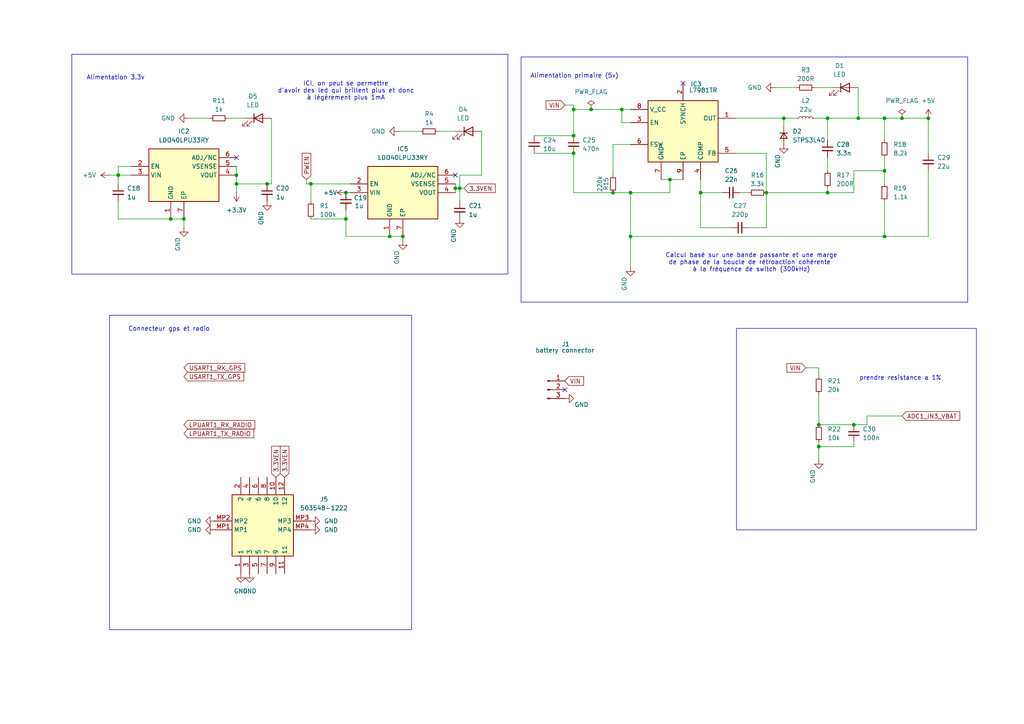
<source format=kicad_sch>
(kicad_sch (version 20231120) (generator "eeschema") (generator_version "8.0")
  (paper "A4")
  (lib_symbols
    (symbol "5035481222:503548-1222"
      (property "Reference" "J" (at 24.13 12.7 0))
      (property "Value" "503548-1222" (at 24.13 10.16 0))
      (symbol "503548-1222_1_1"
        (rectangle (start 5.08 7.62) (end 22.86 -10.16) (stroke (width 0.254)) (fill (type background)))
        (pin passive line (at 7.62 -15.24 90) (length 5.08) (name "1") (number "1"))
        (pin passive line (at 17.78 12.7 270) (length 5.08) (name "10") (number "10"))
        (pin passive line (at 20.32 -15.24 90) (length 5.08) (name "11") (number "11"))
        (pin passive line (at 20.32 12.7 270) (length 5.08) (name "12") (number "12"))
        (pin passive line (at 7.62 12.7 270) (length 5.08) (name "2") (number "2"))
        (pin passive line (at 10.16 -15.24 90) (length 5.08) (name "3") (number "3"))
        (pin passive line (at 10.16 12.7 270) (length 5.08) (name "4") (number "4"))
        (pin passive line (at 12.7 -15.24 90) (length 5.08) (name "5") (number "5"))
        (pin passive line (at 12.7 12.7 270) (length 5.08) (name "6") (number "6"))
        (pin passive line (at 15.24 -15.24 90) (length 5.08) (name "7") (number "7"))
        (pin passive line (at 15.24 12.7 270) (length 5.08) (name "8") (number "8"))
        (pin passive line (at 17.78 -15.24 90) (length 5.08) (name "9") (number "9"))
        (pin passive line (at 0 -2.54 0) (length 5.08) (name "MP1") (number "MP1"))
        (pin passive line (at 0 0 0) (length 5.08) (name "MP2") (number "MP2"))
        (pin passive line (at 27.94 0 180) (length 5.08) (name "MP3") (number "MP3"))
        (pin passive line (at 27.94 -2.54 180) (length 5.08) (name "MP4") (number "MP4"))
      )
    )
    (symbol "Connector:Conn_01x03_Pin" (pin_names (offset 1.016) hide)
      (property "Reference" "J" (at 0 5.08 0))
      (property "Value" "Conn_01x03_Pin" (at 0 -5.08 0))
      (symbol "Conn_01x03_Pin_1_1"
        (polyline (pts (xy 1.27 -2.54) (xy 0.8636 -2.54)) (stroke (width 0.1524)))
        (polyline (pts (xy 1.27 0) (xy 0.8636 0)) (stroke (width 0.1524)))
        (polyline (pts (xy 1.27 2.54) (xy 0.8636 2.54)) (stroke (width 0.1524)))
        (rectangle (start 0.8636 -2.413) (end 0 -2.667) (stroke (width 0.1524)) (fill (type outline)))
        (rectangle (start 0.8636 0.127) (end 0 -0.127) (stroke (width 0.1524)) (fill (type outline)))
        (rectangle (start 0.8636 2.667) (end 0 2.413) (stroke (width 0.1524)) (fill (type outline)))
        (pin passive line (at 5.08 2.54 180) (length 3.81) (name "Pin_1") (number "1"))
        (pin passive line (at 5.08 0 180) (length 3.81) (name "Pin_2") (number "2"))
        (pin passive line (at 5.08 -2.54 180) (length 3.81) (name "Pin_3") (number "3"))
      )
    )
    (symbol "Device:C_Small" (pin_numbers hide) (pin_names (offset 0.254) hide)
      (property "Reference" "C" (at 0.254 1.778 0))
      (property "Value" "C_Small" (at 0.254 -2.032 0))
      (symbol "C_Small_0_1"
        (polyline (pts (xy -1.524 -0.508) (xy 1.524 -0.508)) (stroke (width 0.3302)))
        (polyline (pts (xy -1.524 0.508) (xy 1.524 0.508)) (stroke (width 0.3048)))
      )
      (symbol "C_Small_1_1"
        (pin passive line (at 0 2.54 270) (length 2.032) (name "~") (number "1"))
        (pin passive line (at 0 -2.54 90) (length 2.032) (name "~") (number "2"))
      )
    )
    (symbol "Device:D_Small" (pin_numbers hide) (pin_names (offset 0.254) hide)
      (property "Reference" "D" (at -1.27 2.032 0))
      (property "Value" "D_Small" (at -3.81 -2.032 0))
      (symbol "D_Small_0_1"
        (polyline (pts (xy -0.762 -1.016) (xy -0.762 1.016)) (stroke (width 0.254)))
        (polyline (pts (xy -0.762 0) (xy 0.762 0)))
        (polyline (pts (xy 0.762 -1.016) (xy -0.762 0) (xy 0.762 1.016) (xy 0.762 -1.016)) (stroke (width 0.254)))
      )
      (symbol "D_Small_1_1"
        (pin passive line (at -2.54 0 0) (length 1.778) (name "K") (number "1"))
        (pin passive line (at 2.54 0 180) (length 1.778) (name "A") (number "2"))
      )
    )
    (symbol "Device:LED" (pin_numbers hide) (pin_names (offset 1.016) hide)
      (property "Reference" "D" (at 0 2.54 0))
      (property "Value" "LED" (at 0 -2.54 0))
      (symbol "LED_0_1"
        (polyline (pts (xy -1.27 -1.27) (xy -1.27 1.27)) (stroke (width 0.254)))
        (polyline (pts (xy -1.27 0) (xy 1.27 0)))
        (polyline (pts (xy 1.27 -1.27) (xy 1.27 1.27) (xy -1.27 0) (xy 1.27 -1.27)) (stroke (width 0.254)))
        (polyline (pts (xy -3.048 -0.762) (xy -4.572 -2.286) (xy -3.81 -2.286) (xy -4.572 -2.286) (xy -4.572 -1.524)))
        (polyline (pts (xy -1.778 -0.762) (xy -3.302 -2.286) (xy -2.54 -2.286) (xy -3.302 -2.286) (xy -3.302 -1.524)))
      )
      (symbol "LED_1_1"
        (pin passive line (at -3.81 0 0) (length 2.54) (name "K") (number "1"))
        (pin passive line (at 3.81 0 180) (length 2.54) (name "A") (number "2"))
      )
    )
    (symbol "Device:L_Small" (pin_numbers hide) (pin_names (offset 0.254) hide)
      (property "Reference" "L" (at 0.762 1.016 0))
      (property "Value" "L_Small" (at 0.762 -1.016 0))
      (symbol "L_Small_0_1"
        (arc (start 0 -2.032) (mid 0.5058 -1.524) (end 0 -1.016))
        (arc (start 0 -1.016) (mid 0.5058 -0.508) (end 0 0))
        (arc (start 0 0) (mid 0.5058 0.508) (end 0 1.016))
        (arc (start 0 1.016) (mid 0.5058 1.524) (end 0 2.032))
      )
      (symbol "L_Small_1_1"
        (pin passive line (at 0 2.54 270) (length 0.508) (name "~") (number "1"))
        (pin passive line (at 0 -2.54 90) (length 0.508) (name "~") (number "2"))
      )
    )
    (symbol "Device:R_Small" (pin_numbers hide) (pin_names (offset 0.254) hide)
      (property "Reference" "R" (at 0.762 0.508 0))
      (property "Value" "R_Small" (at 0.762 -1.016 0))
      (symbol "R_Small_0_1"
        (rectangle (start -0.762 1.778) (end 0.762 -1.778) (stroke (width 0.2032)))
      )
      (symbol "R_Small_1_1"
        (pin passive line (at 0 2.54 270) (length 0.762) (name "~") (number "1"))
        (pin passive line (at 0 -2.54 90) (length 0.762) (name "~") (number "2"))
      )
    )
    (symbol "L7981TR_1"
      (property "Reference" "IC" (at 26.67 7.62 0))
      (property "Value" "L7981TR" (at 26.67 5.08 0))
      (symbol "L7981TR_1_1_1"
        (rectangle (start 5.08 2.54) (end 25.4 -15.24) (stroke (width 0.254)) (fill (type background)))
        (pin passive line (at 30.48 -2.54 180) (length 5.08) (name "OUT") (number "1"))
        (pin passive line (at 15.24 7.62 270) (length 5.08) (name "SYNCH") (number "2"))
        (pin passive line (at 0 -3.81 0) (length 5.08) (name "EN") (number "3"))
        (pin passive line (at 20.32 -20.32 90) (length 5.08) (name "COMP") (number "4"))
        (pin passive line (at 30.48 -12.7 180) (length 5.08) (name "FB") (number "5"))
        (pin passive line (at 0 -10.16 0) (length 5.08) (name "FSW") (number "6"))
        (pin passive line (at 8.89 -20.32 90) (length 5.08) (name "GND") (number "7"))
        (pin passive line (at 0 0 0) (length 5.08) (name "V_CC") (number "8"))
        (pin passive line (at 15.24 -20.32 90) (length 5.08) (name "EP") (number "9"))
      )
    )
    (symbol "LD040PURY:LDO40LPU33RY"
      (property "Reference" "IC5" (at 15.24 7.62 0))
      (property "Value" "LDO40LPU33RY" (at 15.24 5.08 0))
      (symbol "LDO40LPU33RY_1_1"
        (rectangle (start 5.08 2.54) (end 25.4 -12.7) (stroke (width 0.254)) (fill (type background)))
        (pin passive line (at 11.43 -17.78 90) (length 5.08) (name "GND") (number "1"))
        (pin passive line (at 0 -2.54 0) (length 5.08) (name "EN") (number "2"))
        (pin passive line (at 0 -5.08 0) (length 5.08) (name "VIN") (number "3"))
        (pin passive line (at 30.48 -5.08 180) (length 5.08) (name "VOUT") (number "4"))
        (pin passive line (at 30.48 -2.54 180) (length 5.08) (name "VSENSE") (number "5"))
        (pin passive line (at 30.48 0 180) (length 5.08) (name "ADJ/NC") (number "6"))
        (pin passive line (at 15.24 -17.78 90) (length 5.08) (name "EP") (number "7"))
      )
    )
    (symbol "LDO40LPU33RY_1"
      (property "Reference" "IC2" (at 15.24 7.62 0))
      (property "Value" "LDO40LPU33RY" (at 15.24 5.08 0))
      (symbol "LDO40LPU33RY_1_1_1"
        (rectangle (start 5.08 2.54) (end 25.4 -12.7) (stroke (width 0.254)) (fill (type background)))
        (pin passive line (at 11.43 -17.78 90) (length 5.08) (name "GND") (number "1"))
        (pin passive line (at 0 -2.54 0) (length 5.08) (name "EN") (number "2"))
        (pin passive line (at 0 -5.08 0) (length 5.08) (name "VIN") (number "3"))
        (pin passive line (at 30.48 -5.08 180) (length 5.08) (name "VOUT") (number "4"))
        (pin passive line (at 30.48 -2.54 180) (length 5.08) (name "VSENSE") (number "5"))
        (pin passive line (at 30.48 0 180) (length 5.08) (name "ADJ/NC") (number "6"))
        (pin passive line (at 15.24 -17.78 90) (length 5.08) (name "EP") (number "7"))
      )
    )
    (symbol "power:+3.3V" (power) (pin_numbers hide) (pin_names (offset 0) hide)
      (property "Value" "+3.3V" (at 0 3.556 0))
      (symbol "+3.3V_0_1"
        (polyline (pts (xy -0.762 1.27) (xy 0 2.54)))
        (polyline (pts (xy 0 0) (xy 0 2.54)))
        (polyline (pts (xy 0 2.54) (xy 0.762 1.27)))
      )
      (symbol "+3.3V_1_1"
        (pin power_in line (at 0 0 90) (length 0) (name "~") (number "1"))
      )
    )
    (symbol "power:+5V" (power) (pin_numbers hide) (pin_names (offset 0) hide)
      (property "Value" "+5V" (at 0 3.556 0))
      (symbol "+5V_0_1"
        (polyline (pts (xy -0.762 1.27) (xy 0 2.54)))
        (polyline (pts (xy 0 0) (xy 0 2.54)))
        (polyline (pts (xy 0 2.54) (xy 0.762 1.27)))
      )
      (symbol "+5V_1_1"
        (pin power_in line (at 0 0 90) (length 0) (name "~") (number "1"))
      )
    )
    (symbol "power:GND" (power) (pin_numbers hide) (pin_names (offset 0) hide)
      (property "Value" "GND" (at 0 -3.81 0))
      (symbol "GND_0_1"
        (polyline (pts (xy 0 0) (xy 0 -1.27) (xy 1.27 -1.27) (xy 0 -2.54) (xy -1.27 -1.27) (xy 0 -1.27)))
      )
      (symbol "GND_1_1"
        (pin power_in line (at 0 0 270) (length 0) (name "~") (number "1"))
      )
    )
    (symbol "power:PWR_FLAG" (power) (pin_numbers hide) (pin_names (offset 0) hide)
      (property "Value" "PWR_FLAG" (at 0 3.81 0))
      (symbol "PWR_FLAG_0_0"
        (pin power_out line (at 0 0 90) (length 0) (name "~") (number "1"))
      )
      (symbol "PWR_FLAG_0_1"
        (polyline (pts (xy 0 0) (xy 0 1.27) (xy -1.016 1.905) (xy 0 2.54) (xy 1.016 1.905) (xy 0 1.27)))
      )
    )
  )
  (junction (at 68.58 53.34))
  (junction (at 171.45 31.75))
  (junction (at 77.47 53.34))
  (junction (at 166.37 39.37))
  (junction (at 240.03 55.88))
  (junction (at 180.34 31.75))
  (junction (at 222.25 55.88))
  (junction (at 166.37 31.75))
  (junction (at 90.17 53.34))
  (junction (at 237.49 123.19))
  (junction (at 100.33 55.88))
  (junction (at 194.31 52.07))
  (junction (at 34.29 50.8))
  (junction (at 248.92 34.29))
  (junction (at 166.37 44.45))
  (junction (at 256.54 49.53))
  (junction (at 100.33 63.5))
  (junction (at 240.03 34.29))
  (junction (at 182.88 68.58))
  (junction (at 182.88 55.88))
  (junction (at 132.08 54.61))
  (junction (at 49.53 63.5))
  (junction (at 269.24 34.29))
  (junction (at 133.35 54.61))
  (junction (at 227.33 34.29))
  (junction (at 177.8 55.88))
  (junction (at 256.54 34.29))
  (junction (at 256.54 68.58))
  (junction (at 237.49 129.54))
  (junction (at 116.84 68.58))
  (junction (at 53.34 63.5))
  (junction (at 247.65 123.19))
  (junction (at 113.03 68.58))
  (junction (at 261.62 34.29))
  (junction (at 203.2 55.88))
  (junction (at 68.58 50.8))
  (no_connect (at 68.58 45.72))
  (no_connect (at 163.83 113.03))
  (no_connect (at 132.08 50.8))
  (no_connect (at 198.12 24.13))
  (wire (pts (xy 247.65 55.88) (xy 247.65 49.53)))
  (wire (pts (xy 133.35 54.61) (xy 134.62 54.61)))
  (wire (pts (xy 237.49 106.68) (xy 233.68 106.68)))
  (wire (pts (xy 177.8 41.91) (xy 177.8 50.8)))
  (wire (pts (xy 251.46 120.65) (xy 251.46 123.19)))
  (wire (pts (xy 247.65 49.53) (xy 256.54 49.53)))
  (wire (pts (xy 240.03 34.29) (xy 240.03 40.64)))
  (wire (pts (xy 236.22 25.4) (xy 241.3 25.4)))
  (wire (pts (xy 132.08 54.61) (xy 133.35 54.61)))
  (wire (pts (xy 191.77 52.07) (xy 194.31 52.07)))
  (wire (pts (xy 237.49 128.27) (xy 237.49 129.54)))
  (wire (pts (xy 34.29 50.8) (xy 38.1 50.8)))
  (wire (pts (xy 182.88 35.56) (xy 180.34 35.56)))
  (wire (pts (xy 166.37 30.48) (xy 163.83 30.48)))
  (wire (pts (xy 31.75 50.8) (xy 34.29 50.8)))
  (wire (pts (xy 237.49 109.22) (xy 237.49 106.68)))
  (wire (pts (xy 222.25 44.45) (xy 222.25 55.88)))
  (wire (pts (xy 248.92 34.29) (xy 240.03 34.29)))
  (wire (pts (xy 182.88 41.91) (xy 177.8 41.91)))
  (wire (pts (xy 133.35 54.61) (xy 133.35 58.42)))
  (wire (pts (xy 261.62 34.29) (xy 256.54 34.29)))
  (wire (pts (xy 180.34 31.75) (xy 171.45 31.75)))
  (wire (pts (xy 222.25 55.88) (xy 240.03 55.88)))
  (wire (pts (xy 182.88 77.47) (xy 182.88 68.58)))
  (wire (pts (xy 139.7 38.1) (xy 139.7 50.8)))
  (wire (pts (xy 54.61 34.29) (xy 60.96 34.29)))
  (wire (pts (xy 100.33 60.96) (xy 100.33 63.5)))
  (wire (pts (xy 194.31 52.07) (xy 198.12 52.07)))
  (wire (pts (xy 194.31 55.88) (xy 194.31 52.07)))
  (wire (pts (xy 203.2 55.88) (xy 209.55 55.88)))
  (wire (pts (xy 139.7 50.8) (xy 133.35 50.8)))
  (wire (pts (xy 269.24 34.29) (xy 261.62 34.29)))
  (wire (pts (xy 68.58 48.26) (xy 68.58 50.8)))
  (wire (pts (xy 213.36 44.45) (xy 222.25 44.45)))
  (wire (pts (xy 53.34 66.04) (xy 53.34 63.5)))
  (wire (pts (xy 154.94 39.37) (xy 166.37 39.37)))
  (wire (pts (xy 237.49 129.54) (xy 237.49 133.35)))
  (wire (pts (xy 256.54 58.42) (xy 256.54 68.58)))
  (wire (pts (xy 203.2 66.04) (xy 203.2 55.88)))
  (wire (pts (xy 182.88 68.58) (xy 182.88 55.88)))
  (wire (pts (xy 256.54 68.58) (xy 269.24 68.58)))
  (wire (pts (xy 227.33 34.29) (xy 227.33 36.83)))
  (wire (pts (xy 100.33 68.58) (xy 113.03 68.58)))
  (wire (pts (xy 68.58 53.34) (xy 68.58 55.88)))
  (wire (pts (xy 34.29 58.42) (xy 34.29 63.5)))
  (wire (pts (xy 133.35 50.8) (xy 133.35 54.61)))
  (wire (pts (xy 240.03 55.88) (xy 240.03 54.61)))
  (wire (pts (xy 100.33 55.88) (xy 101.6 55.88)))
  (wire (pts (xy 166.37 31.75) (xy 166.37 39.37)))
  (wire (pts (xy 247.65 128.27) (xy 247.65 129.54)))
  (wire (pts (xy 237.49 114.3) (xy 237.49 123.19)))
  (wire (pts (xy 113.03 68.58) (xy 116.84 68.58)))
  (wire (pts (xy 116.84 69.85) (xy 116.84 68.58)))
  (wire (pts (xy 212.09 66.04) (xy 203.2 66.04)))
  (wire (pts (xy 171.45 31.75) (xy 166.37 31.75)))
  (wire (pts (xy 256.54 68.58) (xy 182.88 68.58)))
  (wire (pts (xy 182.88 55.88) (xy 194.31 55.88)))
  (wire (pts (xy 166.37 30.48) (xy 166.37 31.75)))
  (wire (pts (xy 240.03 55.88) (xy 247.65 55.88)))
  (wire (pts (xy 68.58 50.8) (xy 68.58 53.34)))
  (wire (pts (xy 90.17 53.34) (xy 101.6 53.34)))
  (wire (pts (xy 132.08 53.34) (xy 132.08 54.61)))
  (wire (pts (xy 203.2 55.88) (xy 203.2 52.07)))
  (wire (pts (xy 49.53 63.5) (xy 53.34 63.5)))
  (wire (pts (xy 182.88 31.75) (xy 180.34 31.75)))
  (wire (pts (xy 88.9 52.07) (xy 88.9 53.34)))
  (wire (pts (xy 90.17 53.34) (xy 90.17 58.42)))
  (wire (pts (xy 115.57 38.1) (xy 121.92 38.1)))
  (wire (pts (xy 127 38.1) (xy 132.08 38.1)))
  (wire (pts (xy 78.74 34.29) (xy 78.74 53.34)))
  (wire (pts (xy 34.29 63.5) (xy 49.53 63.5)))
  (wire (pts (xy 256.54 49.53) (xy 256.54 53.34)))
  (wire (pts (xy 256.54 45.72) (xy 256.54 49.53)))
  (wire (pts (xy 269.24 68.58) (xy 269.24 49.53)))
  (wire (pts (xy 240.03 45.72) (xy 240.03 49.53)))
  (wire (pts (xy 247.65 129.54) (xy 237.49 129.54)))
  (wire (pts (xy 261.62 120.65) (xy 251.46 120.65)))
  (wire (pts (xy 88.9 53.34) (xy 90.17 53.34)))
  (wire (pts (xy 68.58 53.34) (xy 77.47 53.34)))
  (wire (pts (xy 237.49 123.19) (xy 247.65 123.19)))
  (wire (pts (xy 227.33 34.29) (xy 231.14 34.29)))
  (wire (pts (xy 34.29 50.8) (xy 34.29 53.34)))
  (wire (pts (xy 132.08 54.61) (xy 132.08 55.88)))
  (wire (pts (xy 34.29 48.26) (xy 34.29 50.8)))
  (wire (pts (xy 251.46 123.19) (xy 247.65 123.19)))
  (wire (pts (xy 180.34 35.56) (xy 180.34 31.75)))
  (wire (pts (xy 154.94 44.45) (xy 166.37 44.45)))
  (wire (pts (xy 166.37 55.88) (xy 177.8 55.88)))
  (wire (pts (xy 213.36 34.29) (xy 227.33 34.29)))
  (wire (pts (xy 100.33 63.5) (xy 100.33 68.58)))
  (wire (pts (xy 166.37 44.45) (xy 166.37 55.88)))
  (wire (pts (xy 214.63 55.88) (xy 217.17 55.88)))
  (wire (pts (xy 78.74 53.34) (xy 77.47 53.34)))
  (wire (pts (xy 236.22 34.29) (xy 240.03 34.29)))
  (wire (pts (xy 248.92 25.4) (xy 248.92 34.29)))
  (wire (pts (xy 38.1 48.26) (xy 34.29 48.26)))
  (wire (pts (xy 256.54 34.29) (xy 248.92 34.29)))
  (wire (pts (xy 66.04 34.29) (xy 71.12 34.29)))
  (wire (pts (xy 177.8 55.88) (xy 182.88 55.88)))
  (wire (pts (xy 90.17 63.5) (xy 100.33 63.5)))
  (wire (pts (xy 222.25 66.04) (xy 217.17 66.04)))
  (wire (pts (xy 224.79 25.4) (xy 231.14 25.4)))
  (wire (pts (xy 269.24 44.45) (xy 269.24 34.29)))
  (wire (pts (xy 222.25 55.88) (xy 222.25 66.04)))
  (wire (pts (xy 256.54 40.64) (xy 256.54 34.29)))
  (rectangle (start 151.13 16.51) (end 280.67 87.63))
  (rectangle (start 20.828 15.748) (end 147.32 79.502))
  (rectangle (start 213.614 95.25) (end 283.21 153.67))
  (rectangle (start 31.75 91.44) (end 119.38 182.626))
  (text "Alimentation primaire (5v)" (at 166.624 22.098 0) (effects (font (size 1.27 1.27))))
  (text "Alimentation 3.3v" (at 33.528 22.606 0) (effects (font (size 1.27 1.27))))
  (text "prendre resistance a 1%\n" (at 261.112 109.728 0) (effects (font (size 1.27 1.27))))
  (text "Connecteur gps et radio" (at 49.022 95.504 0) (effects (font (size 1.27 1.27))))
  (text "ICI, on peut se permettre\nd'avoir des led qui brillent plus et donc\nà légèrement plus 1mA" (at 100.33 26.416 0) (effects (font (size 1.27 1.27))))
  (text "Calcul basé sur une bande passante et une marge\nde phase de la boucle de rétroaction cohérente \nà la fréquence de switch (300kHz)" (at 217.932 76.2 0) (effects (font (size 1.27 1.27))))
  (global_label "LPUART1_RX_RADIO" (shape input) (at 53.34 123.19 0) (property "Intersheetrefs" "${INTERSHEET_REFS}" (effects (hide yes))))
  (global_label "3.3VEN" (shape input) (at 80.01 138.43 90) (property "Intersheetrefs" "${INTERSHEET_REFS}" (effects (hide yes))))
  (global_label "VIN" (shape input) (at 233.68 106.68 180) (property "Intersheetrefs" "${INTERSHEET_REFS}" (effects (hide yes))))
  (global_label "USART1_TX_GPS" (shape input) (at 53.34 109.22 0) (property "Intersheetrefs" "${INTERSHEET_REFS}" (effects (hide yes))))
  (global_label "3.3VEN" (shape input) (at 134.62 54.61 0) (property "Intersheetrefs" "${INTERSHEET_REFS}" (effects (hide yes))))
  (global_label "3.3VEN" (shape input) (at 82.55 138.43 90) (property "Intersheetrefs" "${INTERSHEET_REFS}" (effects (hide yes))))
  (global_label "USART1_RX_GPS" (shape input) (at 53.34 106.68 0) (property "Intersheetrefs" "${INTERSHEET_REFS}" (effects (hide yes))))
  (global_label "ADC1_IN3_VBAT" (shape input) (at 261.62 120.65 0) (property "Intersheetrefs" "${INTERSHEET_REFS}" (effects (hide yes))))
  (global_label "VIN" (shape input) (at 163.83 30.48 180) (property "Intersheetrefs" "${INTERSHEET_REFS}" (effects (hide yes))))
  (global_label "PWEN" (shape input) (at 88.9 52.07 90) (property "Intersheetrefs" "${INTERSHEET_REFS}" (effects (hide yes))))
  (global_label "VIN" (shape input) (at 163.83 110.49 0) (property "Intersheetrefs" "${INTERSHEET_REFS}" (effects (hide yes))))
  (global_label "LPUART1_TX_RADIO" (shape input) (at 53.34 125.73 0) (property "Intersheetrefs" "${INTERSHEET_REFS}" (effects (hide yes))))
  (symbol (lib_id "Device:D_Small") (at 227.33 39.37 270) (unit 1)
    (property "Reference" "D2" (at 229.87 38.0999 90) (effects (justify left)))
    (property "Value" "STPS3L40" (at 229.87 40.6399 90) (effects (justify left)))
    (property "Footprint" "Diode_SMD:D_SMB_Handsoldering" (effects (hide yes)))
    (property "Description" "Diode, small symbol" (effects (hide yes)))
    (property "Sim.Device" "D" (effects (hide yes)))
    (property "Sim.Pins" "1=K 2=A" (effects (hide yes)))
  )
  (symbol (lib_id "power:GND") (at 224.79 25.4 270) (unit 1)
    (property "Reference" "#PWR04" (effects (hide yes)))
    (property "Value" "GND" (at 220.98 25.3999 90) (effects (justify right)))
    (property "Description" "Power symbol creates a global label with name \"GND\" , ground" (effects (hide yes)))
  )
  (symbol (lib_id "power:GND") (at 237.49 133.35 0) (unit 1)
    (property "Reference" "#PWR039" (effects (hide yes)))
    (property "Value" "GND" (at 235.712 136.144 90) (effects (justify right)))
    (property "Description" "Power symbol creates a global label with name \"GND\" , ground" (effects (hide yes)))
  )
  (symbol (lib_id "Device:C_Small") (at 133.35 60.96 0) (unit 1)
    (property "Reference" "C21" (at 135.89 59.6962 0) (effects (justify left)))
    (property "Value" "1u" (at 135.89 62.2362 0) (effects (justify left)))
    (property "Footprint" "Capacitor_SMD:C_0402_1005Metric_Pad0.74x0.62mm_HandSolder" (effects (hide yes)))
    (property "Description" "Unpolarized capacitor, small symbol" (effects (hide yes)))
  )
  (symbol (lib_id "Device:R_Small") (at 240.03 52.07 0) (unit 1)
    (property "Reference" "R17" (at 242.57 50.7999 0) (effects (justify left)))
    (property "Value" "200R" (at 242.57 53.3399 0) (effects (justify left)))
    (property "Footprint" "Resistor_SMD:R_0402_1005Metric_Pad0.72x0.64mm_HandSolder" (effects (hide yes)))
    (property "Description" "Resistor, small symbol" (effects (hide yes)))
  )
  (symbol (lib_id "power:GND") (at 69.85 166.37 0) (unit 1)
    (property "Reference" "#PWR046" (effects (hide yes)))
    (property "Value" "GND" (at 69.85 171.45 0))
    (property "Description" "Power symbol creates a global label with name \"GND\" , ground" (effects (hide yes)))
  )
  (symbol (lib_id "power:+5V") (at 269.24 34.29 0) (unit 1)
    (property "Reference" "#PWR029" (effects (hide yes)))
    (property "Value" "+5V" (at 269.24 29.21 0))
    (property "Description" "Power symbol creates a global label with name \"+5V\"" (effects (hide yes)))
  )
  (symbol (lib_id "power:GND") (at 72.39 166.37 0) (unit 1)
    (property "Reference" "#PWR047" (effects (hide yes)))
    (property "Value" "GND" (at 72.39 171.45 0))
    (property "Description" "Power symbol creates a global label with name \"GND\" , ground" (effects (hide yes)))
  )
  (symbol (lib_id "Device:LED") (at 135.89 38.1 0) (unit 1)
    (property "Reference" "D4" (at 134.3025 31.75 0))
    (property "Value" "LED" (at 134.3025 34.29 0))
    (property "Footprint" "LED_SMD:LED_0603_1608Metric_Pad1.05x0.95mm_HandSolder" (effects (hide yes)))
    (property "Description" "Light emitting diode" (effects (hide yes)))
  )
  (symbol (lib_id "power:GND") (at 53.34 66.04 0) (unit 1)
    (property "Reference" "#PWR045" (effects (hide yes)))
    (property "Value" "GND" (at 51.562 68.834 90) (effects (justify right)))
    (property "Description" "Power symbol creates a global label with name \"GND\" , ground" (effects (hide yes)))
  )
  (symbol (lib_id "Device:LED") (at 245.11 25.4 0) (unit 1)
    (property "Reference" "D1" (at 243.5225 19.05 0))
    (property "Value" "LED" (at 243.5225 21.59 0))
    (property "Footprint" "LED_SMD:LED_0603_1608Metric_Pad1.05x0.95mm_HandSolder" (effects (hide yes)))
    (property "Description" "Light emitting diode" (effects (hide yes)))
  )
  (symbol (lib_id "power:GND") (at 182.88 77.47 0) (unit 1)
    (property "Reference" "#PWR025" (effects (hide yes)))
    (property "Value" "GND" (at 181.102 80.264 90) (effects (justify right)))
    (property "Description" "Power symbol creates a global label with name \"GND\" , ground" (effects (hide yes)))
  )
  (symbol (lib_id "Device:R_Small") (at 256.54 43.18 0) (unit 1)
    (property "Reference" "R18" (at 259.08 41.9099 0) (effects (justify left)))
    (property "Value" "8.2k" (at 259.08 44.4499 0) (effects (justify left)))
    (property "Footprint" "Resistor_SMD:R_0402_1005Metric_Pad0.72x0.64mm_HandSolder" (effects (hide yes)))
    (property "Description" "Resistor, small symbol" (effects (hide yes)))
  )
  (symbol (lib_id "Device:R_Small") (at 124.46 38.1 90) (unit 1)
    (property "Reference" "R4" (at 124.46 33.02 90))
    (property "Value" "1k" (at 124.46 35.56 90))
    (property "Footprint" "Resistor_SMD:R_0402_1005Metric_Pad0.72x0.64mm_HandSolder" (effects (hide yes)))
    (property "Description" "Resistor, small symbol" (effects (hide yes)))
  )
  (symbol (lib_id "power:GND") (at 163.83 115.57 90) (unit 1)
    (property "Reference" "#PWR031" (effects (hide yes)))
    (property "Value" "GND" (at 166.624 117.348 90) (effects (justify right)))
    (property "Description" "Power symbol creates a global label with name \"GND\" , ground" (effects (hide yes)))
  )
  (symbol (lib_id "power:PWR_FLAG") (at 261.62 34.29 0) (unit 1)
    (property "Reference" "#FLG05" (effects (hide yes)))
    (property "Value" "PWR_FLAG" (at 261.62 29.21 0))
    (property "Description" "Special symbol for telling ERC where power comes from" (effects (hide yes)))
  )
  (symbol (lib_id "Device:R_Small") (at 90.17 60.96 0) (unit 1)
    (property "Reference" "R1" (at 92.71 59.6899 0) (effects (justify left)))
    (property "Value" "100k" (at 92.71 62.2299 0) (effects (justify left)))
    (property "Footprint" "Resistor_SMD:R_0402_1005Metric_Pad0.72x0.64mm_HandSolder" (effects (hide yes)))
    (property "Description" "Resistor, small symbol" (effects (hide yes)))
  )
  (symbol (lib_name "L7981TR_1") (lib_id "L7981TR:L7981TR") (at 182.88 31.75 0) (unit 1)
    (property "Reference" "IC3" (at 201.93 24.384 0))
    (property "Value" "L7981TR" (at 203.962 26.162 0))
    (property "Footprint" "L7981:SON50P300X300X100-9N-D" (effects (hide yes)))
    (property "Datasheet" "https://www.st.com/resource/en/datasheet/l7981.pdf" (effects (hide yes)))
    (property "Description" "Conv DC-DC 4.5V to 28V Synchronous Step Down Single-Out 0.6V to 28V 3A 8-Pin VFQFPN T/R" (effects (hide yes)))
    (property "Height" "1" (effects (hide yes)))
    (property "Manufacturer_Name" "STMicroelectronics" (effects (hide yes)))
    (property "Manufacturer_Part_Number" "L7981TR" (effects (hide yes)))
    (property "Mouser Part Number" "511-L7981TR" (effects (hide yes)))
    (property "Mouser Price/Stock" "https://www.mouser.co.uk/ProductDetail/STMicroelectronics/L7981TR?qs=G5few1MRhWqTaPtAUnDRAw%3D%3D" (effects (hide yes)))
    (property "Arrow Part Number" "L7981TR" (effects (hide yes)))
    (property "Arrow Price/Stock" "https://www.arrow.com/en/products/l7981tr/stmicroelectronics" (effects (hide yes)))
  )
  (symbol (lib_id "Connector:Conn_01x03_Pin") (at 158.75 113.03 0) (unit 1)
    (property "Reference" "J1" (at 164.084 99.822 0))
    (property "Value" "battery connector" (at 163.83 101.6 0))
    (property "Footprint" "Connector_JST:JST_XH_B3B-XH-AM_1x03_P2.50mm_Vertical" (effects (hide yes)))
    (property "Description" "Generic connector, single row, 01x03, script generated" (effects (hide yes)))
  )
  (symbol (lib_id "power:GND") (at 90.17 151.13 90) (unit 1)
    (property "Reference" "#PWR036" (effects (hide yes)))
    (property "Value" "GND" (at 93.98 151.1299 90) (effects (justify right)))
    (property "Description" "Power symbol creates a global label with name \"GND\" , ground" (effects (hide yes)))
  )
  (symbol (lib_id "Device:C_Small") (at 77.47 55.88 0) (unit 1)
    (property "Reference" "C20" (at 80.01 54.6162 0) (effects (justify left)))
    (property "Value" "1u" (at 80.01 57.1562 0) (effects (justify left)))
    (property "Footprint" "Capacitor_SMD:C_0402_1005Metric_Pad0.74x0.62mm_HandSolder" (effects (hide yes)))
    (property "Description" "Unpolarized capacitor, small symbol" (effects (hide yes)))
  )
  (symbol (lib_id "Device:C_Small") (at 212.09 55.88 90) (unit 1)
    (property "Reference" "C26" (at 212.0963 49.53 90))
    (property "Value" "22n" (at 212.0963 52.07 90))
    (property "Footprint" "Capacitor_SMD:C_0402_1005Metric_Pad0.74x0.62mm_HandSolder" (effects (hide yes)))
    (property "Description" "Unpolarized capacitor, small symbol" (effects (hide yes)))
  )
  (symbol (lib_id "power:GND") (at 62.23 153.67 270) (unit 1)
    (property "Reference" "#PWR034" (effects (hide yes)))
    (property "Value" "GND" (at 58.42 153.6699 90) (effects (justify right)))
    (property "Description" "Power symbol creates a global label with name \"GND\" , ground" (effects (hide yes)))
  )
  (symbol (lib_id "Device:C_Small") (at 166.37 41.91 0) (unit 1)
    (property "Reference" "C25" (at 168.91 40.6462 0) (effects (justify left)))
    (property "Value" "470n" (at 168.91 43.1862 0) (effects (justify left)))
    (property "Footprint" "Capacitor_SMD:C_0402_1005Metric_Pad0.74x0.62mm_HandSolder" (effects (hide yes)))
    (property "Description" "Unpolarized capacitor, small symbol" (effects (hide yes)))
  )
  (symbol (lib_id "Device:L_Small") (at 233.68 34.29 90) (unit 1)
    (property "Reference" "L2" (at 233.68 29.21 90))
    (property "Value" "22u" (at 233.68 31.75 90))
    (property "Footprint" "inductancewurth:INDPM7373X340N" (effects (hide yes)))
    (property "Description" "Inductor, small symbol" (effects (hide yes)))
  )
  (symbol (lib_id "Device:R_Small") (at 219.71 55.88 90) (unit 1)
    (property "Reference" "R16" (at 219.71 50.8 90))
    (property "Value" "3.3k" (at 219.71 53.34 90))
    (property "Footprint" "Resistor_SMD:R_0402_1005Metric_Pad0.72x0.64mm_HandSolder" (effects (hide yes)))
    (property "Description" "Resistor, small symbol" (effects (hide yes)))
  )
  (symbol (lib_id "power:GND") (at 227.33 41.91 0) (unit 1)
    (property "Reference" "#PWR028" (effects (hide yes)))
    (property "Value" "GND" (at 225.552 44.704 90) (effects (justify right)))
    (property "Description" "Power symbol creates a global label with name \"GND\" , ground" (effects (hide yes)))
  )
  (symbol (lib_id "Device:C_Small") (at 269.24 46.99 0) (unit 1)
    (property "Reference" "C29" (at 271.78 45.7262 0) (effects (justify left)))
    (property "Value" "22u" (at 271.78 48.2662 0) (effects (justify left)))
    (property "Footprint" "Capacitor_SMD:C_1210_3225Metric_Pad1.33x2.70mm_HandSolder" (effects (hide yes)))
    (property "Description" "Unpolarized capacitor, small symbol" (effects (hide yes)))
  )
  (symbol (lib_id "LD040PURY:LDO40LPU33RY") (at 101.6 50.8 0) (unit 1)
    (property "Reference" "IC5" (at 116.84 43.18 0))
    (property "Value" "LDO40LPU33RY" (at 116.84 45.72 0))
    (property "Footprint" "LDO40PURY:SON95P300X300X90-7N-D" (effects (hide yes)))
    (property "Datasheet" "https://www.st.com/resource/en/datasheet/ldo40l.pdf" (effects (hide yes)))
    (property "Description" "LDO Voltage Regulators POWER MANAGEMENT" (effects (hide yes)))
    (property "Height" "0.9" (effects (hide yes)))
    (property "Manufacturer_Name" "STMicroelectronics" (effects (hide yes)))
    (property "Manufacturer_Part_Number" "LDO40LPU33RY" (effects (hide yes)))
    (property "Mouser Part Number" "511-LDO40LPU33RY" (effects (hide yes)))
    (property "Mouser Price/Stock" "https://www.mouser.co.uk/ProductDetail/STMicroelectronics/LDO40LPU33RY?qs=qSfuJ%252Bfl%2Fd5qazWclm%2Ffpg%3D%3D" (effects (hide yes)))
    (property "Arrow Part Number" "LDO40LPU33RY" (effects (hide yes)))
    (property "Arrow Price/Stock" "https://www.arrow.com/en/products/ldo40lpu33ry/stmicroelectronics?utm_currency=USD&region=europe" (effects (hide yes)))
  )
  (symbol (lib_id "Device:C_Small") (at 34.29 55.88 0) (unit 1)
    (property "Reference" "C18" (at 36.83 54.6162 0) (effects (justify left)))
    (property "Value" "1u" (at 36.83 57.1562 0) (effects (justify left)))
    (property "Footprint" "Capacitor_SMD:C_0402_1005Metric_Pad0.74x0.62mm_HandSolder" (effects (hide yes)))
    (property "Description" "Unpolarized capacitor, small symbol" (effects (hide yes)))
  )
  (symbol (lib_id "Device:C_Small") (at 214.63 66.04 90) (unit 1)
    (property "Reference" "C27" (at 214.6363 59.69 90))
    (property "Value" "220p" (at 214.6363 62.23 90))
    (property "Footprint" "Capacitor_SMD:C_0402_1005Metric_Pad0.74x0.62mm_HandSolder" (effects (hide yes)))
    (property "Description" "Unpolarized capacitor, small symbol" (effects (hide yes)))
  )
  (symbol (lib_id "power:PWR_FLAG") (at 171.45 31.75 0) (unit 1)
    (property "Reference" "#FLG04" (effects (hide yes)))
    (property "Value" "PWR_FLAG" (at 171.45 26.67 0))
    (property "Description" "Special symbol for telling ERC where power comes from" (effects (hide yes)))
  )
  (symbol (lib_id "power:GND") (at 133.35 63.5 0) (unit 1)
    (property "Reference" "#PWR054" (effects (hide yes)))
    (property "Value" "GND" (at 131.572 66.294 90) (effects (justify right)))
    (property "Description" "Power symbol creates a global label with name \"GND\" , ground" (effects (hide yes)))
  )
  (symbol (lib_id "power:+3.3V") (at 68.58 55.88 180) (unit 1)
    (property "Reference" "#PWR027" (effects (hide yes)))
    (property "Value" "+3.3V" (at 68.58 60.96 0))
    (property "Description" "Power symbol creates a global label with name \"+3.3V\"" (effects (hide yes)))
  )
  (symbol (lib_id "power:GND") (at 62.23 151.13 270) (unit 1)
    (property "Reference" "#PWR033" (effects (hide yes)))
    (property "Value" "GND" (at 58.42 151.1299 90) (effects (justify right)))
    (property "Description" "Power symbol creates a global label with name \"GND\" , ground" (effects (hide yes)))
  )
  (symbol (lib_id "power:GND") (at 77.47 58.42 0) (unit 1)
    (property "Reference" "#PWR053" (effects (hide yes)))
    (property "Value" "GND" (at 75.692 61.214 90) (effects (justify right)))
    (property "Description" "Power symbol creates a global label with name \"GND\" , ground" (effects (hide yes)))
  )
  (symbol (lib_id "power:GND") (at 115.57 38.1 270) (unit 1)
    (property "Reference" "#PWR05" (effects (hide yes)))
    (property "Value" "GND" (at 111.76 38.0999 90) (effects (justify right)))
    (property "Description" "Power symbol creates a global label with name \"GND\" , ground" (effects (hide yes)))
  )
  (symbol (lib_id "Device:R_Small") (at 237.49 111.76 180) (unit 1)
    (property "Reference" "R21" (at 240.03 110.4899 0) (effects (justify right)))
    (property "Value" "20k" (at 240.03 113.0299 0) (effects (justify right)))
    (property "Footprint" "Resistor_SMD:R_0402_1005Metric_Pad0.72x0.64mm_HandSolder" (effects (hide yes)))
    (property "Description" "Resistor, small symbol" (effects (hide yes)))
  )
  (symbol (lib_id "Device:R_Small") (at 233.68 25.4 90) (unit 1)
    (property "Reference" "R3" (at 233.68 20.32 90))
    (property "Value" "200R" (at 233.68 22.86 90))
    (property "Footprint" "Resistor_SMD:R_0402_1005Metric_Pad0.72x0.64mm_HandSolder" (effects (hide yes)))
    (property "Description" "Resistor, small symbol" (effects (hide yes)))
  )
  (symbol (lib_id "power:+5V") (at 100.33 55.88 90) (unit 1)
    (property "Reference" "#PWR026" (effects (hide yes)))
    (property "Value" "+5V" (at 95.758 55.88 90))
    (property "Description" "Power symbol creates a global label with name \"+5V\"" (effects (hide yes)))
  )
  (symbol (lib_id "Device:R_Small") (at 256.54 55.88 0) (unit 1)
    (property "Reference" "R19" (at 259.08 54.6099 0) (effects (justify left)))
    (property "Value" "1.1k" (at 259.08 57.1499 0) (effects (justify left)))
    (property "Footprint" "Resistor_SMD:R_0402_1005Metric_Pad0.72x0.64mm_HandSolder" (effects (hide yes)))
    (property "Description" "Resistor, small symbol" (effects (hide yes)))
  )
  (symbol (lib_id "5035481222:503548-1222") (at 62.23 151.13 0) (unit 1)
    (property "Reference" "J5" (at 93.98 144.8114 0))
    (property "Value" "503548-1222" (at 93.98 147.3514 0))
    (property "Footprint" "5035481222:5035481222" (effects (hide yes)))
    (property "Datasheet" "https://www.molex.com/pdm_docs/sd/5035481222_sd.pdf" (effects (hide yes)))
    (property "Description" "Board to Board & Mezzanine Connectors SLIMSTACK .4MM PITCH HRF RECEPT 12CKT" (effects (hide yes)))
    (property "Height" "0.68" (effects (hide yes)))
    (property "Manufacturer_Name" "Molex" (effects (hide yes)))
    (property "Manufacturer_Part_Number" "503548-1222" (effects (hide yes)))
    (property "Mouser Part Number" "538-503548-1222" (effects (hide yes)))
    (property "Mouser Price/Stock" "https://www.mouser.co.uk/ProductDetail/Molex/503548-1222?qs=byeeYqUIh0NjOKuH%252BiMwDg%3D%3D" (effects (hide yes)))
  )
  (symbol (lib_id "Device:C_Small") (at 240.03 43.18 0) (unit 1)
    (property "Reference" "C28" (at 242.57 41.9162 0) (effects (justify left)))
    (property "Value" "3.3n" (at 242.57 44.4562 0) (effects (justify left)))
    (property "Footprint" "Capacitor_SMD:C_0402_1005Metric_Pad0.74x0.62mm_HandSolder" (effects (hide yes)))
    (property "Description" "Unpolarized capacitor, small symbol" (effects (hide yes)))
  )
  (symbol (lib_id "Device:R_Small") (at 177.8 53.34 0) (unit 1)
    (property "Reference" "R15" (at 175.768 53.34 90))
    (property "Value" "220k" (at 173.99 53.34 90))
    (property "Footprint" "Resistor_SMD:R_0402_1005Metric_Pad0.72x0.64mm_HandSolder" (effects (hide yes)))
    (property "Description" "Resistor, small symbol" (effects (hide yes)))
  )
  (symbol (lib_id "Device:C_Small") (at 154.94 41.91 0) (unit 1)
    (property "Reference" "C24" (at 157.48 40.6462 0) (effects (justify left)))
    (property "Value" "10u" (at 157.48 43.1862 0) (effects (justify left)))
    (property "Footprint" "Capacitor_SMD:C_1210_3225Metric_Pad1.33x2.70mm_HandSolder" (effects (hide yes)))
    (property "Description" "Unpolarized capacitor, small symbol" (effects (hide yes)))
  )
  (symbol (lib_id "Device:C_Small") (at 100.33 58.42 0) (unit 1)
    (property "Reference" "C19" (at 102.616 57.404 0) (effects (justify left)))
    (property "Value" "1u" (at 102.87 59.6962 0) (effects (justify left)))
    (property "Footprint" "Capacitor_SMD:C_0402_1005Metric_Pad0.74x0.62mm_HandSolder" (effects (hide yes)))
    (property "Description" "Unpolarized capacitor, small symbol" (effects (hide yes)))
  )
  (symbol (lib_id "power:GND") (at 116.84 69.85 0) (unit 1)
    (property "Reference" "#PWR052" (effects (hide yes)))
    (property "Value" "GND" (at 115.062 72.644 90) (effects (justify right)))
    (property "Description" "Power symbol creates a global label with name \"GND\" , ground" (effects (hide yes)))
  )
  (symbol (lib_id "Device:R_Small") (at 63.5 34.29 90) (unit 1)
    (property "Reference" "R11" (at 63.5 29.21 90))
    (property "Value" "1k" (at 63.5 31.75 90))
    (property "Footprint" "Resistor_SMD:R_0402_1005Metric_Pad0.72x0.64mm_HandSolder" (effects (hide yes)))
    (property "Description" "Resistor, small symbol" (effects (hide yes)))
  )
  (symbol (lib_id "Device:C_Small") (at 247.65 125.73 180) (unit 1)
    (property "Reference" "C30" (at 250.19 124.4535 0) (effects (justify right)))
    (property "Value" "100n" (at 250.19 126.9935 0) (effects (justify right)))
    (property "Footprint" "Capacitor_SMD:C_0402_1005Metric_Pad0.74x0.62mm_HandSolder" (effects (hide yes)))
    (property "Description" "Unpolarized capacitor, small symbol" (effects (hide yes)))
  )
  (symbol (lib_id "power:GND") (at 90.17 153.67 90) (unit 1)
    (property "Reference" "#PWR041" (effects (hide yes)))
    (property "Value" "GND" (at 93.98 153.6699 90) (effects (justify right)))
    (property "Description" "Power symbol creates a global label with name \"GND\" , ground" (effects (hide yes)))
  )
  (symbol (lib_id "Device:R_Small") (at 237.49 125.73 180) (unit 1)
    (property "Reference" "R22" (at 240.03 124.4599 0) (effects (justify right)))
    (property "Value" "10k" (at 240.03 126.9999 0) (effects (justify right)))
    (property "Footprint" "Resistor_SMD:R_0402_1005Metric_Pad0.72x0.64mm_HandSolder" (effects (hide yes)))
    (property "Description" "Resistor, small symbol" (effects (hide yes)))
  )
  (symbol (lib_name "LDO40LPU33RY_1") (lib_id "LD040PURY:LDO40LPU33RY") (at 38.1 45.72 0) (unit 1)
    (property "Reference" "IC2" (at 53.34 38.1 0))
    (property "Value" "LDO40LPU33RY" (at 53.34 40.64 0))
    (property "Footprint" "LDO40PURY:SON95P300X300X90-7N-D" (effects (hide yes)))
    (property "Datasheet" "https://www.st.com/resource/en/datasheet/ldo40l.pdf" (effects (hide yes)))
    (property "Description" "LDO Voltage Regulators POWER MANAGEMENT" (effects (hide yes)))
    (property "Height" "0.9" (effects (hide yes)))
    (property "Manufacturer_Name" "STMicroelectronics" (effects (hide yes)))
    (property "Manufacturer_Part_Number" "LDO40LPU33RY" (effects (hide yes)))
    (property "Mouser Part Number" "511-LDO40LPU33RY" (effects (hide yes)))
    (property "Mouser Price/Stock" "https://www.mouser.co.uk/ProductDetail/STMicroelectronics/LDO40LPU33RY?qs=qSfuJ%252Bfl%2Fd5qazWclm%2Ffpg%3D%3D" (effects (hide yes)))
    (property "Arrow Part Number" "LDO40LPU33RY" (effects (hide yes)))
    (property "Arrow Price/Stock" "https://www.arrow.com/en/products/ldo40lpu33ry/stmicroelectronics?utm_currency=USD&region=europe" (effects (hide yes)))
  )
  (symbol (lib_id "power:GND") (at 54.61 34.29 270) (unit 1)
    (property "Reference" "#PWR032" (effects (hide yes)))
    (property "Value" "GND" (at 50.8 34.2899 90) (effects (justify right)))
    (property "Description" "Power symbol creates a global label with name \"GND\" , ground" (effects (hide yes)))
  )
  (symbol (lib_id "power:+5V") (at 31.75 50.8 90) (unit 1)
    (property "Reference" "#PWR024" (effects (hide yes)))
    (property "Value" "+5V" (at 27.94 50.7999 90) (effects (justify left)))
    (property "Description" "Power symbol creates a global label with name \"+5V\"" (effects (hide yes)))
  )
  (symbol (lib_id "Device:LED") (at 74.93 34.29 0) (unit 1)
    (property "Reference" "D5" (at 73.3425 27.94 0))
    (property "Value" "LED" (at 73.3425 30.48 0))
    (property "Footprint" "LED_SMD:LED_0603_1608Metric_Pad1.05x0.95mm_HandSolder" (effects (hide yes)))
    (property "Description" "Light emitting diode" (effects (hide yes)))
  )
)
</source>
